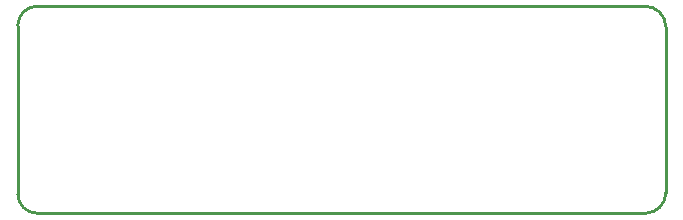
<source format=gko>
G04*
G04 #@! TF.GenerationSoftware,Altium Limited,Altium Designer,20.2.6 (244)*
G04*
G04 Layer_Color=16711935*
%FSLAX25Y25*%
%MOIN*%
G70*
G04*
G04 #@! TF.SameCoordinates,535AE1F0-9979-4E68-9054-F600688F37C9*
G04*
G04*
G04 #@! TF.FilePolarity,Positive*
G04*
G01*
G75*
%ADD10C,0.01000*%
D10*
X216000Y62172D02*
G03*
X209172Y69000I-6828J0D01*
G01*
Y0D02*
G03*
X216000Y6828I0J6828D01*
G01*
X6449Y69000D02*
G03*
X-0Y62550I0J-6449D01*
G01*
X0Y6449D02*
G03*
X6449Y0I6449J0D01*
G01*
X203000Y69000D02*
X209172D01*
X216000Y6828D02*
Y62172D01*
X203000Y0D02*
X209172D01*
X6449Y69000D02*
X203000Y69000D01*
X6449Y0D02*
X203000Y-0D01*
X0Y6449D02*
Y62550D01*
X215996Y62174D02*
G03*
X209000Y69000I-6828J0D01*
G01*
X209172Y0D02*
G03*
X216000Y6828I0J6828D01*
G01*
X6449Y69000D02*
G03*
X0Y62550I0J-6449D01*
G01*
Y6449D02*
G03*
X6449Y0I6449J0D01*
G01*
X216000Y6828D02*
Y62174D01*
X6449Y0D02*
X209172D01*
X6449Y69000D02*
X209000D01*
X0Y6449D02*
Y62550D01*
M02*

</source>
